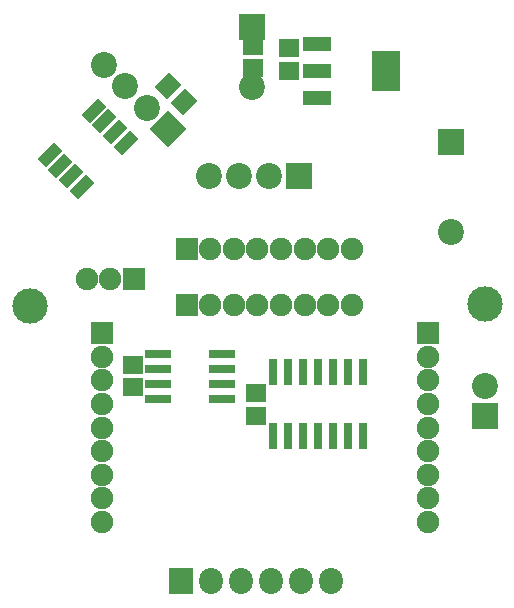
<source format=gbr>
G04 DipTrace 3.2.0.1*
G04 TopMask.gbr*
%MOIN*%
G04 #@! TF.FileFunction,Soldermask,Top*
G04 #@! TF.Part,Single*
%AMOUTLINE1*
4,1,4,
-0.044542,-0.002784,
0.002784,0.044542,
0.044542,0.002784,
-0.002784,-0.044542,
-0.044542,-0.002784,
0*%
%AMOUTLINE4*
4,1,4,
0.013917,0.041759,
0.041757,0.013922,
-0.013917,-0.041759,
-0.041757,-0.013922,
0.013917,0.041759,
0*%
%AMOUTLINE7*
4,1,4,
0.000709,0.061241,
0.061241,-0.000709,
-0.000709,-0.061241,
-0.061241,0.000709,
0.000709,0.061241,
0*%
%AMOUTLINE10*
4,1,4,
-0.037402,0.037402,
0.037402,0.037402,
0.037402,-0.037402,
-0.037402,-0.037402,
-0.037402,0.037402,
0*%
%ADD42R,0.07874X0.086614*%
%ADD44C,0.11811*%
%ADD52R,0.09252X0.135827*%
%ADD54R,0.09252X0.045276*%
%ADD56R,0.031496X0.086614*%
%ADD58R,0.086614X0.031496*%
%ADD62C,0.086614*%
%ADD64O,0.07874X0.086614*%
%ADD67C,0.074803*%
%ADD69R,0.074803X0.074803*%
%ADD76C,0.086614*%
%ADD78R,0.086614X0.086614*%
%ADD80R,0.066929X0.059055*%
%ADD87OUTLINE1*%
%ADD90OUTLINE4*%
%ADD93OUTLINE7*%
%ADD96OUTLINE10*%
%FSLAX26Y26*%
G04*
G70*
G90*
G75*
G01*
G04 TopMask*
%LPD*%
D80*
X1032565Y1829573D3*
Y1904376D3*
D78*
X1031316Y1966573D3*
D76*
Y1766573D3*
D80*
X1152565Y1896573D3*
Y1821769D3*
D87*
X751147Y1772282D3*
X804041Y1719388D3*
D80*
X1043565Y671573D3*
Y746376D3*
X633565Y841573D3*
Y766769D3*
D69*
X812565Y1229073D3*
D67*
X891305D3*
X970046D3*
X1048786D3*
X1127526D3*
X1206266D3*
X1285006D3*
X1363746D3*
D69*
X812565Y1041573D3*
D67*
X891305D3*
X970046D3*
X1048786D3*
X1127526D3*
X1206266D3*
X1285006D3*
X1363746D3*
D42*
X793816Y122822D3*
D64*
X893816D3*
X993816D3*
X1093816D3*
X1193816D3*
X1293816D3*
D78*
X1187565Y1472822D3*
D62*
X1087565D3*
X987565D3*
X887565D3*
D78*
X1806315Y672822D3*
D62*
Y772822D3*
D69*
X1618815Y947822D3*
D67*
Y869082D3*
Y790342D3*
Y711601D3*
Y632861D3*
Y554121D3*
Y475381D3*
Y396641D3*
Y317901D3*
D69*
X531316Y947822D3*
D67*
Y869082D3*
Y790342D3*
Y711601D3*
Y632861D3*
Y554121D3*
Y475381D3*
Y396641D3*
Y317901D3*
D78*
X1694061Y1584289D3*
D62*
Y1285076D3*
D56*
X1100065Y604073D3*
X1150065D3*
X1200065D3*
X1250065D3*
X1300065D3*
X1350065D3*
X1400065D3*
Y816671D3*
X1350065D3*
X1300065D3*
X1250065D3*
X1200065D3*
X1150065D3*
X1100065D3*
D90*
X356315Y1541572D3*
X391673Y1506219D3*
X427031Y1470866D3*
X462388Y1435513D3*
X609368Y1582511D3*
X574010Y1617864D3*
X538653Y1653217D3*
X503295Y1688570D3*
D93*
X750066Y1629058D3*
D76*
X679060Y1699504D3*
X608066Y1769933D3*
X537050Y1840369D3*
D54*
X1247565Y1912573D3*
Y1822021D3*
Y1731470D3*
D52*
X1475912Y1822021D3*
D96*
X637565Y1129073D3*
D67*
X558825D3*
X480085D3*
D58*
X931315Y729073D3*
Y779073D3*
Y829073D3*
Y879073D3*
X718716D3*
Y829073D3*
Y779073D3*
Y729073D3*
D44*
X290518Y1037489D3*
X1805872Y1043384D3*
M02*

</source>
